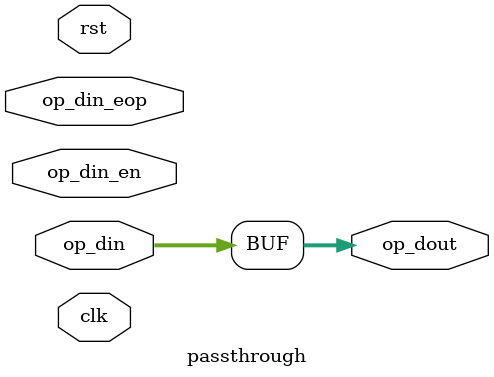
<source format=v>
module passthrough(
  clk,
  rst,
  op_din_en,
  op_din_eop,
  op_din,
  op_dout
);

parameter Q = 8;
parameter RELU = 0;

input clk;
input rst;
input op_din_en;
input op_din_eop;
input [15:0] op_din;
output [15:0] op_dout;

assign op_dout = op_din;

endmodule

</source>
